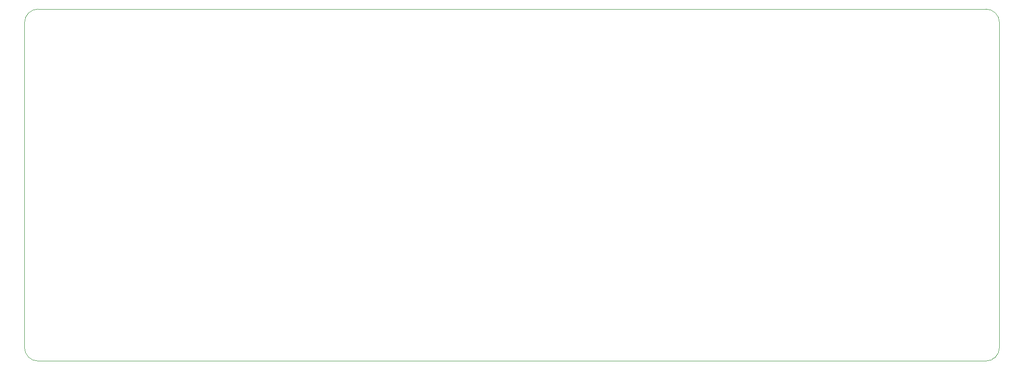
<source format=gbr>
%TF.GenerationSoftware,KiCad,Pcbnew,5.1.10*%
%TF.CreationDate,2021-08-13T16:06:35+12:00*%
%TF.ProjectId,D-Class_Amp,442d436c-6173-4735-9f41-6d702e6b6963,rev?*%
%TF.SameCoordinates,Original*%
%TF.FileFunction,Profile,NP*%
%FSLAX46Y46*%
G04 Gerber Fmt 4.6, Leading zero omitted, Abs format (unit mm)*
G04 Created by KiCad (PCBNEW 5.1.10) date 2021-08-13 16:06:35*
%MOMM*%
%LPD*%
G01*
G04 APERTURE LIST*
%TA.AperFunction,Profile*%
%ADD10C,0.050000*%
%TD*%
G04 APERTURE END LIST*
D10*
X79342000Y-129946000D02*
X79342000Y-69946000D01*
X256842000Y-132446000D02*
X81842000Y-132446000D01*
X259342000Y-69946000D02*
X259342000Y-129946000D01*
X81842000Y-67446000D02*
X256842000Y-67446000D01*
X79342000Y-69946000D02*
G75*
G02*
X81842000Y-67446000I2500000J0D01*
G01*
X256842000Y-67446000D02*
G75*
G02*
X259342000Y-69946000I0J-2500000D01*
G01*
X259342000Y-129946000D02*
G75*
G02*
X256842000Y-132446000I-2500000J0D01*
G01*
X81842000Y-132446000D02*
G75*
G02*
X79342000Y-129946000I0J2500000D01*
G01*
M02*

</source>
